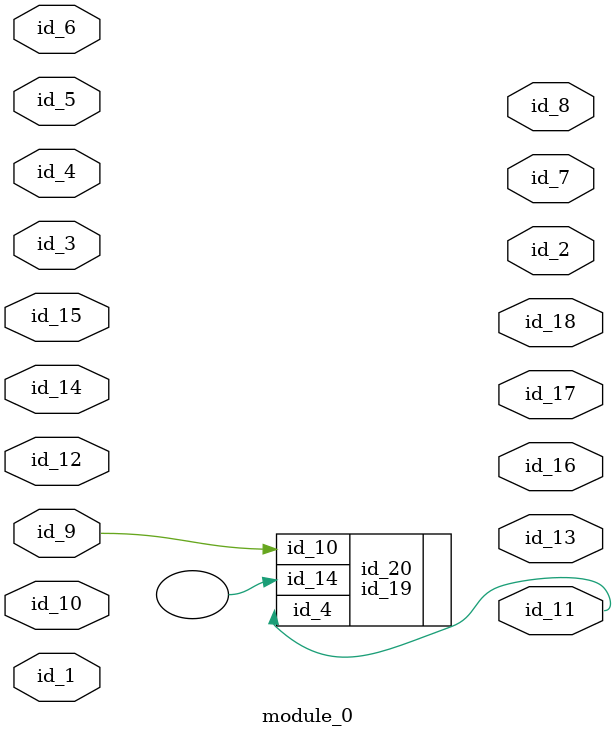
<source format=v>
`define pp_1 0
module module_0 (
    id_1,
    id_2,
    id_3,
    id_4,
    id_5,
    id_6,
    id_7,
    id_8,
    id_9,
    id_10,
    id_11,
    id_12,
    id_13,
    id_14,
    id_15,
    id_16,
    id_17,
    id_18
);
  output id_18;
  output id_17;
  output id_16;
  input id_15;
  input id_14;
  output id_13;
  input id_12;
  output id_11;
  input id_10;
  input id_9;
  output id_8;
  output id_7;
  input id_6;
  input id_5;
  input id_4;
  input id_3;
  output id_2;
  input id_1;
  id_19 id_20 (
      .id_14(""),
      .id_10(id_9),
      .id_4 (id_11)
  );
  assign id_7[id_12] = 1;
  id_21 id_22 (
      .id_10(id_18[id_17]),
      .id_13(id_5)
  );
endmodule

</source>
